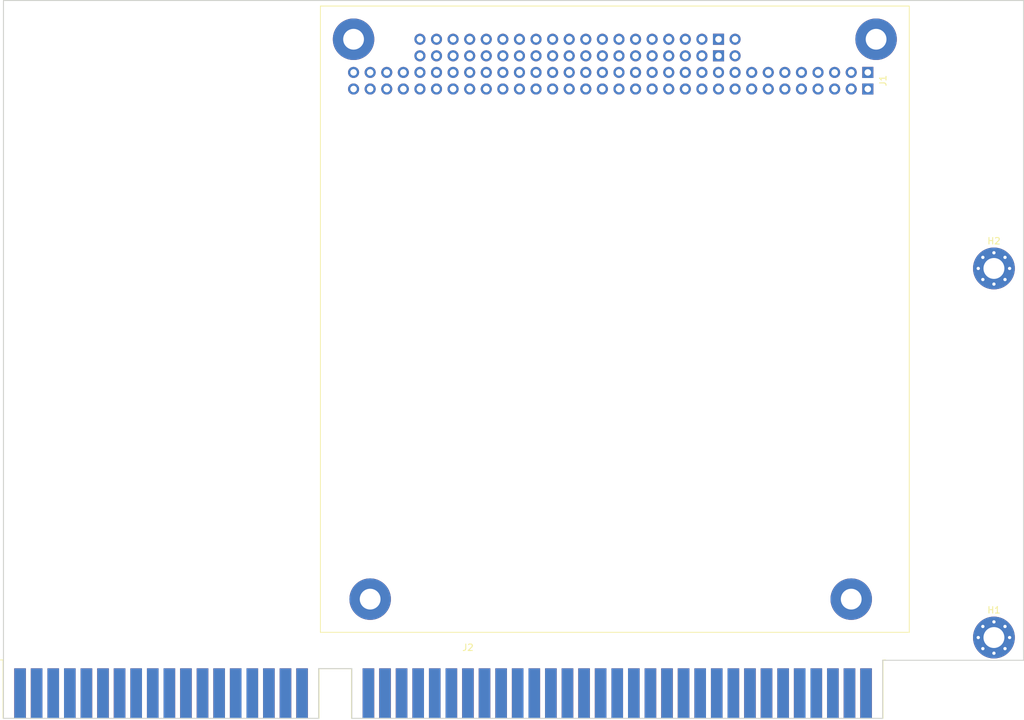
<source format=kicad_pcb>
(kicad_pcb (version 20211014) (generator pcbnew)
  (layers (0 "F.Cu" signal) (31 "B.Cu" signal) (34 "B.Paste" user) (35 "F.Paste" user) (36 "B.SilkS" user "B.Silkscreen") (37 "F.SilkS" user "F.Silkscreen") (38 "B.Mask" user) (39 "F.Mask" user) (44 "Edge.Cuts" user))
  (net 0 "")
  (net 1 "GND")
  (net 2 "+5V")
  (net 3 "/IO{slash}~{IOCHK}")
  (net 4 "/DB6{slash}SD6")
  (net 5 "/DB5{slash}SD5")
  (net 6 "/DB4{slash}SD4")
  (net 7 "/DB3{slash}SD3")
  (net 9 "/DB2{slash}SD2")
  (net 10 "/DB1{slash}SD1")
  (net 11 "/DB0{slash}SD0")
  (net 12 "/IO_READY{slash}IOCHRDY")
  (net 13 "/AEN")
  (net 14 "/BA19{slash}SA19")
  (net 15 "/BA18{slash}SA18")
  (net 16 "/BA17{slash}SA17")
  (net 17 "/BA16{slash}SA16")
  (net 18 "/BA15{slash}SA15")
  (net 19 "/BA14{slash}SA14")
  (net 20 "/BA13{slash}SA13")
  (net 21 "/BA12{slash}SA12")
  (net 22 "/BA1{slash}SA1")
  (net 23 "/BA10{slash}SA10")
  (net 24 "/BA9{slash}SA9")
  (net 25 "/BA8{slash}SA8")
  (net 26 "/BA7{slash}SA7")
  (net 27 "/BA6{slash}SA6")
  (net 28 "/BA5{slash}SA5")
  (net 29 "/BA4{slash}SA4")
  (net 30 "/BA3{slash}SA3")
  (net 31 "/DB7{slash}SD7")
  (net 32 "/BA2{slash}SA2")
  (net 33 "/BA0{slash}SA0")
  (net 34 "/RESET")
  (net 35 "/IRQ2{slash}IRQ9")
  (net 36 "-5V")
  (net 37 "/DRQ2")
  (net 38 "-12V")
  (net 39 "/~{SRDY}")
  (net 40 "+12V")
  (net 41 "/~{SMEMW}")
  (net 42 "/~{SMEMR}")
  (net 43 "/~{IOW}")
  (net 44 "/~{IOR}")
  (net 45 "/~{DACK3}")
  (net 46 "/DRQ3")
  (net 47 "/~{DACK1}")
  (net 48 "/DRQ1")
  (net 49 "/~{REFRESH}")
  (net 50 "/CLK{slash}BCLK")
  (net 51 "/IRQ7")
  (net 52 "/IRQ6")
  (net 53 "/IRQ5")
  (net 54 "/IRQ4")
  (net 55 "/IRQ3")
  (net 56 "/~{DACK2}")
  (net 57 "/TC")
  (net 58 "/ALE{slash}BALE")
  (net 59 "/OSC")
  (net 60 "/SBHE{slash}~{SBHE}")
  (net 61 "/LA23")
  (net 62 "/LA22")
  (net 63 "/LA21")
  (net 64 "/LA20")
  (net 65 "/LA19")
  (net 66 "/LA18")
  (net 67 "/LA17")
  (net 68 "/~{MEMR}")
  (net 69 "/~{MEMW}")
  (net 70 "/D8{slash}SD8")
  (net 71 "/D9{slash}SD9")
  (net 72 "/D10{slash}SD10")
  (net 73 "/D11{slash}SD11")
  (net 74 "/D12{slash}SD12")
  (net 75 "/D13{slash}SD13")
  (net 76 "/D14{slash}SD14")
  (net 77 "/D15{slash}SD15")
  (net 78 "/~{MEMCS16}")
  (net 79 "/~{IOCS16}")
  (net 80 "/IRQ10")
  (net 81 "/IRQ11")
  (net 82 "/IRQ12")
  (net 83 "/IRQ15")
  (net 84 "/IRQ14")
  (net 86 "/~{DACK0}")
  (net 87 "/DRQ0")
  (net 88 "/~{DACK5}")
  (net 89 "/DRQ5")
  (net 90 "/~{DACK6}")
  (net 91 "/DRQ6")
  (net 92 "/~{DACK7}")
  (net 93 "/DRQ7")
  (net 94 "/MASTER{slash}~{MASTER}")
  (net 95 "/BA11{slash}SA11")
  (footprint "MountingHole:MountingHole_3.2mm_M3_Pad_Via" (layer "F.Cu") (at 195.08 149.015)
    (fp_text reference "H1" (at 0 -4.2) (layer "F.SilkS"))
    (fp_text value "~")
    (pad "1" thru_hole circle (at 2.4 0) (size 0.8 0.8) (drill 0.5) (layers *.Cu *.Mask) (net 1 "GND"))
    (pad "1" thru_hole circle (at 1.697056 1.697056) (size 0.8 0.8) (drill 0.5) (layers *.Cu *.Mask) (net 1 "GND"))
    (pad "1" thru_hole circle (at 0 0) (size 6.4 6.4) (drill 3.2) (layers *.Cu *.Mask) (net 1 "GND"))
    (pad "1" thru_hole circle (at -1.697056 -1.697056) (size 0.8 0.8) (drill 0.5) (layers *.Cu *.Mask) (net 1 "GND"))
    (pad "1" thru_hole circle (at 1.697056 -1.697056) (size 0.8 0.8) (drill 0.5) (layers *.Cu *.Mask) (net 1 "GND"))
    (pad "1" thru_hole circle (at -1.697056 1.697056) (size 0.8 0.8) (drill 0.5) (layers *.Cu *.Mask) (net 1 "GND"))
    (pad "1" thru_hole circle (at 0 -2.4) (size 0.8 0.8) (drill 0.5) (layers *.Cu *.Mask) (net 1 "GND"))
    (pad "1" thru_hole circle (at -2.4 0) (size 0.8 0.8) (drill 0.5) (layers *.Cu *.Mask) (net 1 "GND"))
    (pad "1" thru_hole circle (at 0 2.4) (size 0.8 0.8) (drill 0.5) (layers *.Cu *.Mask) (net 1 "GND"))
  )
  (footprint "MountingHole:MountingHole_3.2mm_M3_Pad_Via" (layer "F.Cu") (at 195.08 92.5)
    (fp_text reference "H2" (at 0 -4.2) (layer "F.SilkS"))
    (fp_text value "~")
    (pad "1" thru_hole circle (at -1.697056 1.697056) (size 0.8 0.8) (drill 0.5) (layers *.Cu *.Mask) (net 1 "GND"))
    (pad "1" thru_hole circle (at 0 2.4) (size 0.8 0.8) (drill 0.5) (layers *.Cu *.Mask) (net 1 "GND"))
    (pad "1" thru_hole circle (at 1.697056 -1.697056) (size 0.8 0.8) (drill 0.5) (layers *.Cu *.Mask) (net 1 "GND"))
    (pad "1" thru_hole circle (at 0 -2.4) (size 0.8 0.8) (drill 0.5) (layers *.Cu *.Mask) (net 1 "GND"))
    (pad "1" thru_hole circle (at 2.4 0) (size 0.8 0.8) (drill 0.5) (layers *.Cu *.Mask) (net 1 "GND"))
    (pad "1" thru_hole circle (at 0 0) (size 6.4 6.4) (drill 3.2) (layers *.Cu *.Mask) (net 1 "GND"))
    (pad "1" thru_hole circle (at 1.697056 1.697056) (size 0.8 0.8) (drill 0.5) (layers *.Cu *.Mask) (net 1 "GND"))
    (pad "1" thru_hole circle (at -1.697056 -1.697056) (size 0.8 0.8) (drill 0.5) (layers *.Cu *.Mask) (net 1 "GND"))
    (pad "1" thru_hole circle (at -2.4 0) (size 0.8 0.8) (drill 0.5) (layers *.Cu *.Mask) (net 1 "GND"))
  )
  (footprint "Connector_PCBEdge:BUS_AT" (layer "F.Cu") (at 175.5 157.54)
    (fp_text reference "J2" (at -60.96 -6.99) (layer "F.SilkS"))
    (fp_text value "Bus_ISA_16bit")
    (fp_line (start -132.15 3.85) (end -132.15 -5.1) (layer "F.SilkS") (width 0.12))
    (fp_line (start -83.75 3.85) (end -83.75 -3.75) (layer "F.SilkS") (width 0.12))
    (fp_line (start -78.8 -3.75) (end -78.8 3.85) (layer "F.SilkS") (width 0.12))
    (fp_line (start -83.75 -3.75) (end -78.8 -3.75) (layer "F.SilkS") (width 0.12))
    (fp_line (start 2.6 3.85) (end 2.6 -5.1) (layer "F.SilkS") (width 0.12))
    (fp_line (start 2.6 -5.1) (end 3 -5.1) (layer "F.SilkS") (width 0.12))
    (fp_line (start -132.15 -5.1) (end -132.55 -5.1) (layer "F.SilkS") (width 0.12))
    (pad "1" connect rect (at 0 0) (size 1.78 7.62) (layers "B.Cu" "B.Mask") (net 1 "GND"))
    (pad "2" connect rect (at -2.54 0) (size 1.78 7.62) (layers "B.Cu" "B.Mask") (net 34 "/RESET"))
    (pad "3" connect rect (at -5.08 0) (size 1.78 7.62) (layers "B.Cu" "B.Mask") (net 2 "+5V"))
    (pad "4" connect rect (at -7.62 0) (size 1.78 7.62) (layers "B.Cu" "B.Mask") (net 35 "/IRQ2{slash}IRQ9"))
    (pad "5" connect rect (at -10.16 0) (size 1.78 7.62) (layers "B.Cu" "B.Mask") (net 36 "-5V"))
    (pad "6" connect rect (at -12.7 0) (size 1.78 7.62) (layers "B.Cu" "B.Mask") (net 37 "/DRQ2"))
    (pad "7" connect rect (at -15.24 0) (size 1.78 7.62) (layers "B.Cu" "B.Mask") (net 38 "-12V"))
    (pad "8" connect rect (at -17.78 0) (size 1.78 7.62) (layers "B.Cu" "B.Mask"))
    (pad "9" connect rect (at -20.32 0) (size 1.78 7.62) (layers "B.Cu" "B.Mask") (net 40 "+12V"))
    (pad "10" connect rect (at -22.86 0) (size 1.78 7.62) (layers "B.Cu" "B.Mask") (net 1 "GND"))
    (pad "11" connect rect (at -25.4 0) (size 1.78 7.62) (layers "B.Cu" "B.Mask") (net 41 "/~{SMEMW}"))
    (pad "12" connect rect (at -27.94 0) (size 1.78 7.62) (layers "B.Cu" "B.Mask") (net 42 "/~{SMEMR}"))
    (pad "13" connect rect (at -30.48 0) (size 1.78 7.62) (layers "B.Cu" "B.Mask") (net 43 "/~{IOW}"))
    (pad "14" connect rect (at -33.02 0) (size 1.78 7.62) (layers "B.Cu" "B.Mask") (net 44 "/~{IOR}"))
    (pad "15" connect rect (at -35.56 0) (size 1.78 7.62) (layers "B.Cu" "B.Mask") (net 45 "/~{DACK3}"))
    (pad "16" connect rect (at -38.1 0) (size 1.78 7.62) (layers "B.Cu" "B.Mask") (net 46 "/DRQ3"))
    (pad "17" connect rect (at -40.64 0) (size 1.78 7.62) (layers "B.Cu" "B.Mask") (net 47 "/~{DACK1}"))
    (pad "18" connect rect (at -43.18 0) (size 1.78 7.62) (layers "B.Cu" "B.Mask") (net 48 "/DRQ1"))
    (pad "19" connect rect (at -45.72 0) (size 1.78 7.62) (layers "B.Cu" "B.Mask") (net 49 "/~{REFRESH}"))
    (pad "20" connect rect (at -48.26 0) (size 1.78 7.62) (layers "B.Cu" "B.Mask") (net 50 "/CLK{slash}BCLK"))
    (pad "21" connect rect (at -50.8 0) (size 1.78 7.62) (layers "B.Cu" "B.Mask") (net 51 "/IRQ7"))
    (pad "22" connect rect (at -53.34 0) (size 1.78 7.62) (layers "B.Cu" "B.Mask") (net 52 "/IRQ6"))
    (pad "23" connect rect (at -55.88 0) (size 1.78 7.62) (layers "B.Cu" "B.Mask") (net 53 "/IRQ5"))
    (pad "24" connect rect (at -58.42 0) (size 1.78 7.62) (layers "B.Cu" "B.Mask") (net 54 "/IRQ4"))
    (pad "25" connect rect (at -60.96 0) (size 1.78 7.62) (layers "B.Cu" "B.Mask") (net 55 "/IRQ3"))
    (pad "26" connect rect (at -63.5 0) (size 1.78 7.62) (layers "B.Cu" "B.Mask") (net 56 "/~{DACK2}"))
    (pad "27" connect rect (at -66.04 0) (size 1.78 7.62) (layers "B.Cu" "B.Mask") (net 57 "/TC"))
    (pad "28" connect rect (at -68.58 0) (size 1.78 7.62) (layers "B.Cu" "B.Mask") (net 58 "/ALE{slash}BALE"))
    (pad "29" connect rect (at -71.12 0) (size 1.78 7.62) (layers "B.Cu" "B.Mask") (net 2 "+5V"))
    (pad "30" connect rect (at -73.66 0) (size 1.78 7.62) (layers "B.Cu" "B.Mask") (net 59 "/OSC"))
    (pad "31" connect rect (at -76.2 0) (size 1.78 7.62) (layers "B.Cu" "B.Mask") (net 1 "GND"))
    (pad "32" connect rect (at 0 0) (size 1.78 7.62) (layers "F.Cu" "F.Mask") (net 3 "/IO{slash}~{IOCHK}"))
    (pad "33" connect rect (at -2.54 0) (size 1.78 7.62) (layers "F.Cu" "F.Mask") (net 31 "/DB7{slash}SD7"))
    (pad "34" connect rect (at -5.08 0) (size 1.78 7.62) (layers "F.Cu" "F.Mask") (net 4 "/DB6{slash}SD6"))
    (pad "35" connect rect (at -7.62 0) (size 1.78 7.62) (layers "F.Cu" "F.Mask") (net 5 "/DB5{slash}SD5"))
    (pad "36" connect rect (at -10.16 0) (size 1.78 7.62) (layers "F.Cu" "F.Mask") (net 6 "/DB4{slash}SD4"))
    (pad "37" connect rect (at -12.7 0) (size 1.78 7.62) (layers "F.Cu" "F.Mask") (net 7 "/DB3{slash}SD3"))
    (pad "38" connect rect (at -15.24 0) (size 1.78 7.62) (layers "F.Cu" "F.Mask") (net 9 "/DB2{slash}SD2"))
    (pad "39" connect rect (at -17.78 0) (size 1.78 7.62) (layers "F.Cu" "F.Mask") (net 10 "/DB1{slash}SD1"))
    (pad "40" connect rect (at -20.32 0) (size 1.78 7.62) (layers "F.Cu" "F.Mask") (net 11 "/DB0{slash}SD0"))
    (pad "41" connect rect (at -22.86 0) (size 1.78 7.62) (layers "F.Cu" "F.Mask") (net 12 "/IO_READY{slash}IOCHRDY"))
    (pad "42" connect rect (at -25.4 0) (size 1.78 7.62) (layers "F.Cu" "F.Mask") (net 13 "/AEN"))
    (pad "43" connect rect (at -27.94 0) (size 1.78 7.62) (layers "F.Cu" "F.Mask") (net 14 "/BA19{slash}SA19"))
    (pad "44" connect rect (at -30.48 0) (size 1.78 7.62) (layers "F.Cu" "F.Mask") (net 15 "/BA18{slash}SA18"))
    (pad "45" connect rect (at -33.02 0) (size 1.78 7.62) (layers "F.Cu" "F.Mask") (net 16 "/BA17{slash}SA17"))
    (pad "46" connect rect (at -35.56 0) (size 1.78 7.62) (layers "F.Cu" "F.Mask") (net 17 "/BA16{slash}SA16"))
    (pad "47" connect rect (at -38.1 0) (size 1.78 7.62) (layers "F.Cu" "F.Mask") (net 18 "/BA15{slash}SA15"))
    (pad "48" connect rect (at -40.64 0) (size 1.78 7.62) (layers "F.Cu" "F.Mask") (net 19 "/BA14{slash}SA14"))
    (pad "49" connect rect (at -43.18 0) (size 1.78 7.62) (layers "F.Cu" "F.Mask") (net 20 "/BA13{slash}SA13"))
    (pad "50" connect rect (at -45.72 0) (size 1.78 7.62) (layers "F.Cu" "F.Mask") (net 21 "/BA12{slash}SA12"))
    (pad "51" connect rect (at -48.26 0) (size 1.78 7.62) (layers "F.Cu" "F.Mask") (net 95 "/BA11{slash}SA11"))
    (pad "52" connect rect (at -50.8 0) (size 1.78 7.62) (layers "F.Cu" "F.Mask") (net 23 "/BA10{slash}SA10"))
    (pad "53" connect rect (at -53.34 0) (size 1.78 7.62) (layers "F.Cu" "F.Mask") (net 24 "/BA9{slash}SA9"))
    (pad "54" connect rect (at -55.88 0) (size 1.78 7.62) (layers "F.Cu" "F.Mask") (net 25 "/BA8{slash}SA8"))
    (pad "55" connect rect (at -58.42 0) (size 1.78 7.62) (layers "F.Cu" "F.Mask") (net 26 "/BA7{slash}SA7"))
    (pad "56" connect rect (at -60.96 0) (size 1.78 7.62) (layers "F.Cu" "F.Mask") (net 27 "/BA6{slash}SA6"))
    (pad "57" connect rect (at -63.5 0) (size 1.78 7.62) (layers "F.Cu" "F.Mask") (net 28 "/BA5{slash}SA5"))
    (pad "58" connect rect (at -66.04 0) (size 1.78 7.62) (layers "F.Cu" "F.Mask") (net 29 "/BA4{slash}SA4"))
    (pad "59" connect rect (at -68.58 0) (size 1.78 7.62) (layers "F.Cu" "F.Mask") (net 30 "/BA3{slash}SA3"))
    (pad "60" connect rect (at -71.12 0) (size 1.78 7.62) (layers "F.Cu" "F.Mask") (net 32 "/BA2{slash}SA2"))
    (pad "61" connect rect (at -73.66 0) (size 1.78 7.62) (layers "F.Cu" "F.Mask") (net 22 "/BA1{slash}SA1"))
    (pad "62" connect rect (at -76.2 0) (size 1.78 7.62) (layers "F.Cu" "F.Mask") (net 33 "/BA0{slash}SA0"))
    (pad "63" connect rect (at -86.36 0) (size 1.78 7.62) (layers "B.Cu" "B.Mask") (net 78 "/~{MEMCS16}"))
    (pad "64" connect rect (at -88.9 0) (size 1.78 7.62) (layers "B.Cu" "B.Mask") (net 79 "/~{IOCS16}"))
    (pad "65" connect rect (at -91.44 0) (size 1.78 7.62) (layers "B.Cu" "B.Mask") (net 80 "/IRQ10"))
    (pad "66" connect rect (at -93.98 0) (size 1.78 7.62) (layers "B.Cu" "B.Mask") (net 81 "/IRQ11"))
    (pad "67" connect rect (at -96.52 0) (size 1.78 7.62) (layers "B.Cu" "B.Mask") (net 82 "/IRQ12"))
    (pad "68" connect rect (at -99.06 0) (size 1.78 7.62) (layers "B.Cu" "B.Mask") (net 83 "/IRQ15"))
    (pad "69" connect rect (at -101.6 0) (size 1.78 7.62) (layers "B.Cu" "B.Mask") (net 84 "/IRQ14"))
    (pad "70" connect rect (at -104.14 0) (size 1.78 7.62) (layers "B.Cu" "B.Mask") (net 86 "/~{DACK0}"))
    (pad "71" connect rect (at -106.68 0) (size 1.78 7.62) (layers "B.Cu" "B.Mask") (net 87 "/DRQ0"))
    (pad "72" connect rect (at -109.22 0) (size 1.78 7.62) (layers "B.Cu" "B.Mask") (net 88 "/~{DACK5}"))
    (pad "73" connect rect (at -111.76 0) (size 1.78 7.62) (layers "B.Cu" "B.Mask") (net 89 "/DRQ5"))
    (pad "74" connect rect (at -114.3 0) (size 1.78 7.62) (layers "B.Cu" "B.Mask") (net 90 "/~{DACK6}"))
    (pad "75" connect rect (at -116.84 0) (size 1.78 7.62) (layers "B.Cu" "B.Mask") (net 91 "/DRQ6"))
    (pad "76" connect rect (at -119.38 0) (size 1.78 7.62) (layers "B.Cu" "B.Mask") (net 92 "/~{DACK7}"))
    (pad "77" connect rect (at -121.92 0) (size 1.78 7.62) (layers "B.Cu" "B.Mask") (net 93 "/DRQ7"))
    (pad "78" connect rect (at -124.46 0) (size 1.78 7.62) (layers "B.Cu" "B.Mask") (net 2 "+5V"))
    (pad "79" connect rect (at -127 0) (size 1.78 7.62) (layers "B.Cu" "B.Mask") (net 94 "/MASTER{slash}~{MASTER}"))
    (pad "80" connect rect (at -129.54 0) (size 1.78 7.62) (layers "B.Cu" "B.Mask") (net 1 "GND"))
    (pad "81" connect rect (at -86.36 0) (size 1.78 7.62) (layers "F.Cu" "F.Mask") (net 60 "/SBHE{slash}~{SBHE}"))
    (pad "82" connect rect (at -88.9 0) (size 1.78 7.62) (layers "F.Cu" "F.Mask") (net 61 "/LA23"))
    (pad "83" connect rect (at -91.44 0) (size 1.78 7.62) (layers "F.Cu" "F.Mask") (net 62 "/LA22"))
    (pad "84" connect rect (at -93.98 0) (size 1.78 7.62) (layers "F.Cu" "F.Mask") (net 63 "/LA21"))
    (pad "85" connect rect (at -96.52 0) (size 1.78 7.62) (layers "F.Cu" "F.Mask") (net 64 "/LA20"))
    (pad "86" connect rect (at -99.06 0) (size 1.78 7.62) (layers "F.Cu" "F.Mask") (net 65 "/LA19"))
    (pad "87" connect rect (at -101.6 0) (size 1.78 7.62) (layers "F.Cu" "F.Mask") (net 66 "/LA18"))
    (pad "88" connect rect (at -104.14 0) (size 1.78 7.62) (layers "F.Cu" "F.Mask") (net 67 "/LA17"))
    (pad "89" connect rect (at -106.68 0) (size 1.78 7.62) (layers "F.Cu" "F.Mask") (net 68 "/~{MEMR}"))
    (pad "90" connect rect (at -109.22 0) (size 1.78 7.62) (layers "F.Cu" "F.Mask") (net 69 "/~{MEMW}"))
    (pad "91" connect rect (at -111.76 0) (size 1.78 7.62) (layers "F.Cu" "F.Mask") (net 70 "/D8{slash}SD8"))
    (pad "92" connect rect (at -114.3 0) (size 1.78 7.62) (layers "F.Cu" "F.Mask") (net 71 "/D9{slash}SD9"))
    (pad "93" connect rect (at -116.84 0) (size 1.78 7.62) (layers "F.Cu" "F.Mask") (net 72 "/D10{slash}SD10"))
    (pad "94" connect rect (at -119.38 0) (size 1.78 7.62) (layers "F.Cu" "F.Mask") (net 73 "/D11{slash}SD11"))
    (pad "95" connect rect (at -121.92 0) (size 1.78 7.62) (layers "F.Cu" "F.Mask") (net 74 "/D12{slash}SD12"))
    (pad "96" connect rect (at -124.46 0) (size 1.78 7.62) (layers "F.Cu" "F.Mask") (net 75 "/D13{slash}SD13"))
    (pad "97" connect rect (at -127 0) (size 1.78 7.62) (layers "F.Cu" "F.Mask") (net 76 "/D14{slash}SD14"))
    (pad "98" connect rect (at -129.54 0) (size 1.78 7.62) (layers "F.Cu" "F.Mask") (net 77 "/D15{slash}SD15"))
  )
  (footprint "local:PC104_16bit" (layer "F.Cu") (at 182.118 52.324 90)
    (fp_text reference "J1" (at -11.43 -4.02 270) (layer "F.SilkS"))
    (fp_text value "Bus_PC104_16bit")
    (fp_line (start -95.89 -90.17) (end -95.89 0) (layer "F.SilkS") (width 0.12))
    (fp_line (start 0 0) (end 0 -90.17) (layer "F.SilkS") (width 0.12))
    (fp_line (start 0 0) (end -95.89 0) (layer "F.SilkS") (width 0.12))
    (fp_line (start 0 -90.17) (end -95.89 -90.17) (layer "F.SilkS") (width 0.12))
    (pad "" thru_hole circle (at -5.08 -5.08 90) (size 6.35 6.35) (drill 3.18) (layers *.Cu *.Mask))
    (pad "" thru_hole circle (at -5.08 -85.09 90) (size 6.35 6.35) (drill 3.18) (layers *.Cu *.Mask))
    (pad "" thru_hole circle (at -90.81 -8.89 90) (size 6.35 6.35) (drill 3.18) (layers *.Cu *.Mask))
    (pad "" thru_hole circle (at -90.81 -82.55 90) (size 6.35 6.35) (drill 3.18) (layers *.Cu *.Mask))
    (pad "A1" thru_hole rect (at -10.16 -6.35 270) (size 1.7 1.7) (drill 1) (layers *.Cu *.Mask) (net 3 "/IO{slash}~{IOCHK}"))
    (pad "A2" thru_hole oval (at -10.16 -8.89 270) (size 1.7 1.7) (drill 1) (layers *.Cu *.Mask) (net 31 "/DB7{slash}SD7"))
    (pad "A3" thru_hole oval (at -10.16 -11.43 270) (size 1.7 1.7) (drill 1) (layers *.Cu *.Mask) (net 4 "/DB6{slash}SD6"))
    (pad "A4" thru_hole oval (at -10.16 -13.97 270) (size 1.7 1.7) (drill 1) (layers *.Cu *.Mask) (net 5 "/DB5{slash}SD5"))
    (pad "A5" thru_hole oval (at -10.16 -16.51 270) (size 1.7 1.7) (drill 1) (layers *.Cu *.Mask) (net 6 "/DB4{slash}SD4"))
    (pad "A6" thru_hole oval (at -10.16 -19.05 270) (size 1.7 1.7) (drill 1) (layers *.Cu *.Mask) (net 7 "/DB3{slash}SD3"))
    (pad "A7" thru_hole oval (at -10.16 -21.59 270) (size 1.7 1.7) (drill 1) (layers *.Cu *.Mask) (net 9 "/DB2{slash}SD2"))
    (pad "A8" thru_hole oval (at -10.16 -24.13 270) (size 1.7 1.7) (drill 1) (layers *.Cu *.Mask) (net 10 "/DB1{slash}SD1"))
    (pad "A9" thru_hole oval (at -10.16 -26.67 270) (size 1.7 1.7) (drill 1) (layers *.Cu *.Mask) (net 11 "/DB0{slash}SD0"))
    (pad "A10" thru_hole oval (at -10.16 -29.21 270) (size 1.7 1.7) (drill 1) (layers *.Cu *.Mask) (net 12 "/IO_READY{slash}IOCHRDY"))
    (pad "A11" thru_hole oval (at -10.16 -31.75 270) (size 1.7 1.7) (drill 1) (layers *.Cu *.Mask) (net 13 "/AEN"))
    (pad "A12" thru_hole oval (at -10.16 -34.29 270) (size 1.7 1.7) (drill 1) (layers *.Cu *.Mask) (net 14 "/BA19{slash}SA19"))
    (pad "A13" thru_hole oval (at -10.16 -36.83 270) (size 1.7 1.7) (drill 1) (layers *.Cu *.Mask) (net 15 "/BA18{slash}SA18"))
    (pad "A14" thru_hole oval (at -10.16 -39.37 270) (size 1.7 1.7) (drill 1) (layers *.Cu *.Mask) (net 16 "/BA17{slash}SA17"))
    (pad "A15" thru_hole oval (at -10.16 -41.91 270) (size 1.7 1.7) (drill 1) (layers *.Cu *.Mask) (net 17 "/BA16{slash}SA16"))
    (pad "A16" thru_hole oval (at -10.16 -44.45 270) (size 1.7 1.7) (drill 1) (layers *.Cu *.Mask) (net 18 "/BA15{slash}SA15"))
    (pad "A17" thru_hole oval (at -10.16 -46.99 270) (size 1.7 1.7) (drill 1) (layers *.Cu *.Mask) (net 19 "/BA14{slash}SA14"))
    (pad "A18" thru_hole oval (at -10.16 -49.53 270) (size 1.7 1.7) (drill 1) (layers *.Cu *.Mask) (net 20 "/BA13{slash}SA13"))
    (pad "A19" thru_hole oval (at -10.16 -52.07 270) (size 1.7 1.7) (drill 1) (layers *.Cu *.Mask) (net 21 "/BA12{slash}SA12"))
    (pad "A20" thru_hole oval (at -10.16 -54.61 270) (size 1.7 1.7) (drill 1) (layers *.Cu *.Mask) (net 22 "/BA1{slash}SA1"))
    (pad "A21" thru_hole oval (at -10.16 -57.15 270) (size 1.7 1.7) (drill 1) (layers *.Cu *.Mask) (net 23 "/BA10{slash}SA10"))
    (pad "A22" thru_hole oval (at -10.16 -59.69 270) (size 1.7 1.7) (drill 1) (layers *.Cu *.Mask) (net 24 "/BA9{slash}SA9"))
    (pad "A23" thru_hole oval (at -10.16 -62.23 270) (size 1.7 1.7) (drill 1) (layers *.Cu *.Mask) (net 25 "/BA8{slash}SA8"))
    (pad "A24" thru_hole oval (at -10.16 -64.77 270) (size 1.7 1.7) (drill 1) (layers *.Cu *.Mask) (net 26 "/BA7{slash}SA7"))
    (pad "A25" thru_hole oval (at -10.16 -67.31 270) (size 1.7 1.7) (drill 1) (layers *.Cu *.Mask) (net 27 "/BA6{slash}SA6"))
    (pad "A26" thru_hole oval (at -10.16 -69.85 270) (size 1.7 1.7) (drill 1) (layers *.Cu *.Mask) (net 28 "/BA5{slash}SA5"))
    (pad "A27" thru_hole oval (at -10.16 -72.39 270) (size 1.7 1.7) (drill 1) (layers *.Cu *.Mask) (net 29 "/BA4{slash}SA4"))
    (pad "A28" thru_hole oval (at -10.16 -74.93 270) (size 1.7 1.7) (drill 1) (layers *.Cu *.Mask) (net 30 "/BA3{slash}SA3"))
    (pad "A29" thru_hole oval (at -10.16 -77.47 270) (size 1.7 1.7) (drill 1) (layers *.Cu *.Mask) (net 32 "/BA2{slash}SA2"))
    (pad "A30" thru_hole oval (at -10.16 -80.01 270) (size 1.7 1.7) (drill 1) (layers *.Cu *.Mask))
    (pad "A31" thru_hole oval (at -10.16 -82.55 270) (size 1.7 1.7) (drill 1) (layers *.Cu *.Mask) (net 33 "/BA0{slash}SA0"))
    (pad "A32" thru_hole oval (at -10.16 -85.09 270) (size 1.7 1.7) (drill 1) (layers *.Cu *.Mask) (net 1 "GND"))
    (pad "B1" thru_hole rect (at -12.7 -6.35 270) (size 1.7 1.7) (drill 1) (layers *.Cu *.Mask) (net 1 "GND"))
    (pad "B2" thru_hole oval (at -12.7 -8.89 270) (size 1.7 1.7) (drill 1) (layers *.Cu *.Mask) (net 34 "/RESET"))
    (pad "B3" thru_hole oval (at -12.7 -11.43 270) (size 1.7 1.7) (drill 1) (layers *.Cu *.Mask) (net 2 "+5V"))
    (pad "B4" thru_hole oval (at -12.7 -13.97 270) (size 1.7 1.7) (drill 1) (layers *.Cu *.Mask) (net 35 "/IRQ2{slash}IRQ9"))
    (pad "B5" thru_hole oval (at -12.7 -16.51 270) (size 1.7 1.7) (drill 1) (layers *.Cu *.Mask) (net 36 "-5V"))
    (pad "B6" thru_hole oval (at -12.7 -19.05 270) (size 1.7 1.7) (drill 1) (layers *.Cu *.Mask) (net 37 "/DRQ2"))
    (pad "B7" thru_hole oval (at -12.7 -21.59 270) (size 1.7 1.7) (drill 1) (layers *.Cu *.Mask) (net 38 "-12V"))
    (pad "B8" thru_hole oval (at -12.7 -24.13 270) (size 1.7 1.7) (drill 1) (layers *.Cu *.Mask) (net 39 "/~{SRDY}"))
    (pad "B9" thru_hole oval (at -12.7 -26.67 270) (size 1.7 1.7) (drill 1) (layers *.Cu *.Mask) (net 40 "+12V"))
    (pad "B10" thru_hole oval (at -12.7 -29.21 270) (size 1.7 1.7) (drill 1) (layers *.Cu *.Mask))
    (pad "B11" thru_hole oval (at -12.7 -31.75 270) (size 1.7 1.7) (drill 1) (layers *.Cu *.Mask) (net 41 "/~{SMEMW}"))
    (pad "B12" thru_hole oval (at -12.7 -34.29 270) (size 1.7 1.7) (drill 1) (layers *.Cu *.Mask) (net 42 "/~{SMEMR}"))
    (pad "B13" thru_hole oval (at -12.7 -36.83 270) (size 1.7 1.7) (drill 1) (layers *.Cu *.Mask) (net 43 "/~{IOW}"))
    (pad "B14" thru_hole oval (at -12.7 -39.37 270) (size 1.7 1.7) (drill 1) (layers *.Cu *.Mask) (net 44 "/~{IOR}"))
    (pad "B15" thru_hole oval (at -12.7 -41.91 270) (size 1.7 1.7) (drill 1) (layers *.Cu *.Mask) (net 45 "/~{DACK3}"))
    (pad "B16" thru_hole oval (at -12.7 -44.45 270) (size 1.7 1.7) (drill 1) (layers *.Cu *.Mask) (net 46 "/DRQ3"))
    (pad "B17" thru_hole oval (at -12.7 -46.99 270) (size 1.7 1.7) (drill 1) (layers *.Cu *.Mask) (net 47 "/~{DACK1}"))
    (pad "B18" thru_hole oval (at -12.7 -49.53 270) (size 1.7 1.7) (drill 1) (layers *.Cu *.Mask) (net 48 "/DRQ1"))
    (pad "B19" thru_hole oval (at -12.7 -52.07 270) (size 1.7 1.7) (drill 1) (layers *.Cu *.Mask) (net 49 "/~{REFRESH}"))
    (pad "B20" thru_hole oval (at -12.7 -54.61 270) (size 1.7 1.7) (drill 1) (layers *.Cu *.Mask) (net 50 "/CLK{slash}BCLK"))
    (pad "B21" thru_hole oval (at -12.7 -57.15 270) (size 1.7 1.7) (drill 1) (layers *.Cu *.Mask) (net 51 "/IRQ7"))
    (pad "B22" thru_hole oval (at -12.7 -59.69 270) (size 1.7 1.7) (drill 1) (layers *.Cu *.Mask) (net 52 "/IRQ6"))
    (pad "B23" thru_hole oval (at -12.7 -62.23 270) (size 1.7 1.7) (drill 1) (layers *.Cu *.Mask) (net 53 "/IRQ5"))
    (pad "B24" thru_hole oval (at -12.7 -64.77 270) (size 1.7 1.7) (drill 1) (layers *.Cu *.Mask) (net 54 "/IRQ4"))
    (pad "B25" thru_hole oval (at -12.7 -67.31 270) (size 1.7 1.7) (drill 1) (layers *.Cu *.Mask) (net 55 "/IRQ3"))
    (pad "B26" thru_hole oval (at -12.7 -69.85 270) (size 1.7 1.7) (drill 1) (layers *.Cu *.Mask) (net 56 "/~{DACK2}"))
    (pad "B27" thru_hole oval (at -12.7 -72.39 270) (size 1.7 1.7) (drill 1) (layers *.Cu *.Mask) (net 57 "/TC"))
    (pad "B28" thru_hole oval (at -12.7 -74.93 270) (size 1.7 1.7) (drill 1) (layers *.Cu *.Mask) (net 58 "/ALE{slash}BALE"))
    (pad "B29" thru_hole oval (at -12.7 -77.47 270) (size 1.7 1.7) (drill 1) (layers *.Cu *.Mask) (net 2 "+5V"))
    (pad "B30" thru_hole oval (at -12.7 -80.01 270) (size 1.7 1.7) (drill 1) (layers *.Cu *.Mask) (net 59 "/OSC"))
    (pad "B31" thru_hole oval (at -12.7 -82.55 270) (size 1.7 1.7) (drill 1) (layers *.Cu *.Mask) (net 1 "GND"))
    (pad "B32" thru_hole oval (at -12.7 -85.09 270) (size 1.7 1.7) (drill 1) (layers *.Cu *.Mask) (net 1 "GND"))
    (pad "C0" thru_hole oval (at -7.62 -26.67 270) (size 1.7 1.7) (drill 1) (layers *.Cu *.Mask) (net 1 "GND"))
    (pad "C1" thru_hole rect (at -7.62 -29.21 270) (size 1.7 1.7) (drill 1) (layers *.Cu *.Mask) (net 60 "/SBHE{slash}~{SBHE}"))
    (pad "C2" thru_hole oval (at -7.62 -31.75 270) (size 1.7 1.7) (drill 1) (layers *.Cu *.Mask) (net 61 "/LA23"))
    (pad "C3" thru_hole oval (at -7.62 -34.29 270) (size 1.7 1.7) (drill 1) (layers *.Cu *.Mask) (net 62 "/LA22"))
    (pad "C4" thru_hole oval (at -7.62 -36.83 270) (size 1.7 1.7) (drill 1) (layers *.Cu *.Mask) (net 63 "/LA21"))
    (pad "C5" thru_hole oval (at -7.62 -39.37 270) (size 1.7 1.7) (drill 1) (layers *.Cu *.Mask) (net 64 "/LA20"))
    (pad "C6" thru_hole oval (at -7.62 -41.91 270) (size 1.7 1.7) (drill 1) (layers *.Cu *.Mask) (net 65 "/LA19"))
    (pad "C7" thru_hole oval (at -7.62 -44.45 270) (size 1.7 1.7) (drill 1) (layers *.Cu *.Mask) (net 66 "/LA18"))
    (pad "C8" thru_hole oval (at -7.62 -46.99 270) (size 1.7 1.7) (drill 1) (layers *.Cu *.Mask) (net 67 "/LA17"))
    (pad "C9" thru_hole oval (at -7.62 -49.53 270) (size 1.7 1.7) (drill 1) (layers *.Cu *.Mask) (net 68 "/~{MEMR}"))
    (pad "C10" thru_hole oval (at -7.62 -52.07 270) (size 1.7 1.7) (drill 1) (layers *.Cu *.Mask) (net 69 "/~{MEMW}"))
    (pad "C11" thru_hole oval (at -7.62 -54.61 270) (size 1.7 1.7) (drill 1) (layers *.Cu *.Mask) (net 70 "/D8{slash}SD8"))
    (pad "C12" thru_hole oval (at -7.62 -57.15 270) (size 1.7 1.7) (drill 1) (layers *.Cu *.Mask) (net 71 "/D9{slash}SD9"))
    (pad "C13" thru_hole oval (at -7.62 -59.69 270) (size 1.7 1.7) (drill 1) (layers *.Cu *.Mask) (net 72 "/D10{slash}SD10"))
    (pad "C14" thru_hole oval (at -7.62 -62.23 270) (size 1.7 1.7) (drill 1) (layers *.Cu *.Mask) (net 73 "/D11{slash}SD11"))
    (pad "C15" thru_hole oval (at -7.62 -64.77 270) (size 1.7 1.7) (drill 1) (layers *.Cu *.Mask) (net 74 "/D12{slash}SD12"))
    (pad "C16" thru_hole oval (at -7.62 -67.31 270) (size 1.7 1.7) (drill 1) (layers *.Cu *.Mask) (net 75 "/D13{slash}SD13"))
    (pad "C17" thru_hole oval (at -7.62 -69.85 270) (size 1.7 1.7) (drill 1) (layers *.Cu *.Mask) (net 76 "/D14{slash}SD14"))
    (pad "C18" thru_hole oval (at -7.62 -72.39 270) (size 1.7 1.7) (drill 1) (layers *.Cu *.Mask) (net 77 "/D15{slash}SD15"))
    (pad "C19" thru_hole oval (at -7.62 -74.93 270) (size 1.7 1.7) (drill 1) (layers *.Cu *.Mask))
    (pad "D0" thru_hole oval (at -5.08 -26.67 270) (size 1.7 1.7) (drill 1) (layers *.Cu *.Mask) (net 1 "GND"))
    (pad "D1" thru_hole rect (at -5.08 -29.21 270) (size 1.7 1.7) (drill 1) (layers *.Cu *.Mask) (net 78 "/~{MEMCS16}"))
    (pad "D2" thru_hole oval (at -5.08 -31.75 270) (size 1.7 1.7) (drill 1) (layers *.Cu *.Mask) (net 79 "/~{IOCS16}"))
    (pad "D3" thru_hole oval (at -5.08 -34.29 270) (size 1.7 1.7) (drill 1) (layers *.Cu *.Mask) (net 80 "/IRQ10"))
    (pad "D4" thru_hole oval (at -5.08 -36.83 270) (size 1.7 1.7) (drill 1) (layers *.Cu *.Mask) (net 81 "/IRQ11"))
    (pad "D5" thru_hole oval (at -5.08 -39.37 270) (size 1.7 1.7) (drill 1) (layers *.Cu *.Mask) (net 82 "/IRQ12"))
    (pad "D6" thru_hole oval (at -5.08 -41.91 270) (size 1.7 1.7) (drill 1) (layers *.Cu *.Mask) (net 83 "/IRQ15"))
    (pad "D7" thru_hole oval (at -5.08 -44.45 270) (size 1.7 1.7) (drill 1) (layers *.Cu *.Mask) (net 84 "/IRQ14"))
    (pad "D8" thru_hole oval (at -5.08 -46.99 270) (size 1.7 1.7) (drill 1) (layers *.Cu *.Mask) (net 86 "/~{DACK0}"))
    (pad "D9" thru_hole oval (at -5.08 -49.53 270) (size 1.7 1.7) (drill 1) (layers *.Cu *.Mask) (net 87 "/DRQ0"))
    (pad "D10" thru_hole oval (at -5.08 -52.07 270) (size 1.7 1.7) (drill 1) (layers *.Cu *.Mask) (net 88 "/~{DACK5}"))
    (pad "D11" thru_hole oval (at -5.08 -54.61 270) (size 1.7 1.7) (drill 1) (layers *.Cu *.Mask) (net 89 "/DRQ5"))
    (pad "D12" thru_hole oval (at -5.08 -57.15 270) (size 1.7 1.7) (drill 1) (layers *.Cu *.Mask) (net 90 "/~{DACK6}"))
    (pad "D13" thru_hole oval (at -5.08 -59.69 270) (size 1.7 1.7) (drill 1) (layers *.Cu *.Mask) (net 91 "/DRQ6"))
    (pad "D14" thru_hole oval (at -5.08 -62.23 270) (size 1.7 1.7) (drill 1) (layers *.Cu *.Mask) (net 92 "/~{DACK7}"))
    (pad "D15" thru_hole oval (at -5.08 -64.77 270) (size 1.7 1.7) (drill 1) (layers *.Cu *.Mask) (net 93 "/DRQ7"))
    (pad "D16" thru_hole oval (at -5.08 -67.31 270) (size 1.7 1.7) (drill 1) (layers *.Cu *.Mask) (net 2 "+5V"))
    (pad "D17" thru_hole oval (at -5.08 -69.85 270) (size 1.7 1.7) (drill 1) (layers *.Cu *.Mask) (net 94 "/MASTER{slash}~{MASTER}"))
    (pad "D18" thru_hole oval (at -5.08 -72.39 270) (size 1.7 1.7) (drill 1) (layers *.Cu *.Mask) (net 1 "GND"))
    (pad "D19" thru_hole oval (at -5.08 -74.93 270) (size 1.7 1.7) (drill 1) (layers *.Cu *.Mask) (net 1 "GND"))
  )
  (gr_line (start 43.42 161.39) (end 91.68 161.39) (layer "Edge.Cuts") (width 0.15))
  (gr_line (start 96.76 161.39) (end 178.04 161.39) (layer "Edge.Cuts") (width 0.15))
  (gr_line (start 43.42 51.47) (end 43.42 161.39) (layer "Edge.Cuts") (width 0.15))
  (gr_line (start 199.63 152.5) (end 199.63 51.47) (layer "Edge.Cuts") (width 0.15))
  (gr_line (start 199.63 51.47) (end 43.42 51.47) (layer "Edge.Cuts") (width 0.15))
  (gr_line (start 96.76 153.77) (end 96.76 161.39) (layer "Edge.Cuts") (width 0.15))
  (gr_line (start 178.04 161.39) (end 178.04 152.5) (layer "Edge.Cuts") (width 0.15))
  (gr_line (start 178.04 152.5) (end 199.63 152.5) (layer "Edge.Cuts") (width 0.15))
  (gr_line (start 91.68 161.39) (end 91.68 153.77) (layer "Edge.Cuts") (width 0.15))
  (gr_line (start 91.68 153.77) (end 96.76 153.77) (layer "Edge.Cuts") (width 0.15))
)
</source>
